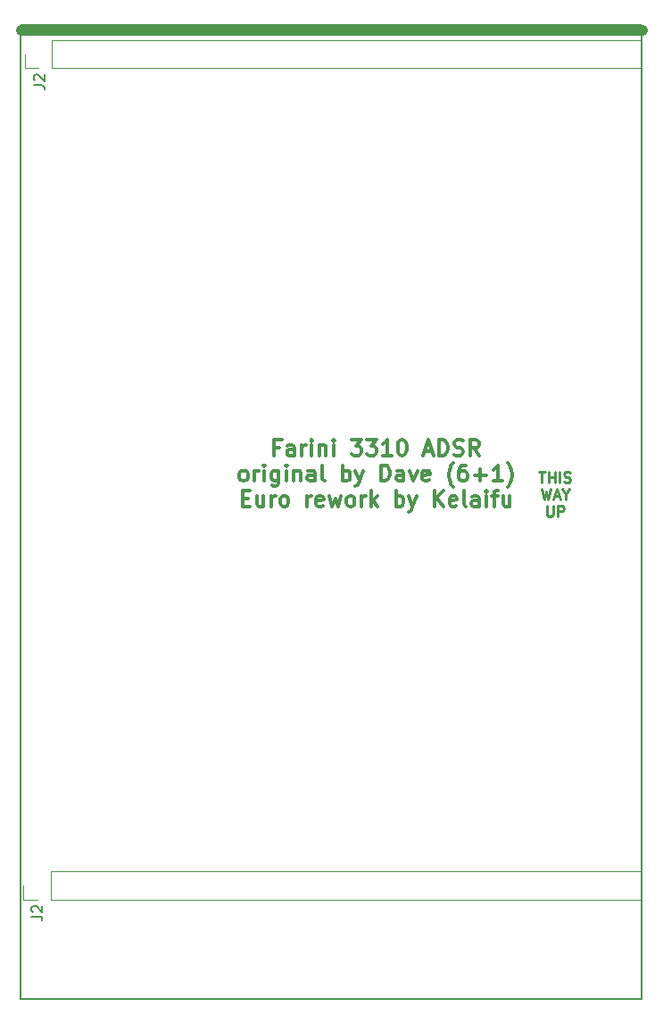
<source format=gbr>
%TF.GenerationSoftware,KiCad,Pcbnew,(5.99.0-13086-gffd1139cfe)*%
%TF.CreationDate,2021-11-22T18:43:28+08:00*%
%TF.ProjectId,Farini_EURO,46617269-6e69-45f4-9555-524f2e6b6963,rev?*%
%TF.SameCoordinates,Original*%
%TF.FileFunction,Legend,Top*%
%TF.FilePolarity,Positive*%
%FSLAX46Y46*%
G04 Gerber Fmt 4.6, Leading zero omitted, Abs format (unit mm)*
G04 Created by KiCad (PCBNEW (5.99.0-13086-gffd1139cfe)) date 2021-11-22 18:43:28*
%MOMM*%
%LPD*%
G01*
G04 APERTURE LIST*
%ADD10C,1.000000*%
%TA.AperFunction,Profile*%
%ADD11C,0.150000*%
%TD*%
%ADD12C,0.250000*%
%ADD13C,0.300000*%
%ADD14C,0.150000*%
%ADD15C,0.120000*%
G04 APERTURE END LIST*
D10*
X106165489Y-48705489D02*
X47235489Y-48705489D01*
D11*
X47205489Y-140455901D02*
X106135489Y-140455901D01*
X47205489Y-48154626D02*
X47205489Y-140455901D01*
X106135489Y-48154626D02*
X47205489Y-48154626D01*
X106135489Y-140455901D02*
X106135489Y-48154626D01*
D12*
X96381679Y-90517869D02*
X96953108Y-90517869D01*
X96667393Y-91517869D02*
X96667393Y-90517869D01*
X97286441Y-91517869D02*
X97286441Y-90517869D01*
X97286441Y-90994060D02*
X97857869Y-90994060D01*
X97857869Y-91517869D02*
X97857869Y-90517869D01*
X98334060Y-91517869D02*
X98334060Y-90517869D01*
X98762631Y-91470250D02*
X98905489Y-91517869D01*
X99143584Y-91517869D01*
X99238822Y-91470250D01*
X99286441Y-91422631D01*
X99334060Y-91327393D01*
X99334060Y-91232155D01*
X99286441Y-91136917D01*
X99238822Y-91089298D01*
X99143584Y-91041679D01*
X98953108Y-90994060D01*
X98857869Y-90946441D01*
X98810250Y-90898822D01*
X98762631Y-90803584D01*
X98762631Y-90708346D01*
X98810250Y-90613108D01*
X98857869Y-90565489D01*
X98953108Y-90517869D01*
X99191203Y-90517869D01*
X99334060Y-90565489D01*
X96619774Y-92127869D02*
X96857869Y-93127869D01*
X97048346Y-92413584D01*
X97238822Y-93127869D01*
X97476917Y-92127869D01*
X97810250Y-92842155D02*
X98286441Y-92842155D01*
X97715012Y-93127869D02*
X98048346Y-92127869D01*
X98381679Y-93127869D01*
X98905489Y-92651679D02*
X98905489Y-93127869D01*
X98572155Y-92127869D02*
X98905489Y-92651679D01*
X99238822Y-92127869D01*
X97119774Y-93737869D02*
X97119774Y-94547393D01*
X97167393Y-94642631D01*
X97215012Y-94690250D01*
X97310250Y-94737869D01*
X97500727Y-94737869D01*
X97595965Y-94690250D01*
X97643584Y-94642631D01*
X97691203Y-94547393D01*
X97691203Y-93737869D01*
X98167393Y-94737869D02*
X98167393Y-93737869D01*
X98548346Y-93737869D01*
X98643584Y-93785489D01*
X98691203Y-93833108D01*
X98738822Y-93928346D01*
X98738822Y-94071203D01*
X98691203Y-94166441D01*
X98643584Y-94214060D01*
X98548346Y-94261679D01*
X98167393Y-94261679D01*
D13*
X71746917Y-88193346D02*
X71246917Y-88193346D01*
X71246917Y-88979060D02*
X71246917Y-87479060D01*
X71961203Y-87479060D01*
X73175489Y-88979060D02*
X73175489Y-88193346D01*
X73104060Y-88050489D01*
X72961203Y-87979060D01*
X72675489Y-87979060D01*
X72532631Y-88050489D01*
X73175489Y-88907631D02*
X73032631Y-88979060D01*
X72675489Y-88979060D01*
X72532631Y-88907631D01*
X72461203Y-88764774D01*
X72461203Y-88621917D01*
X72532631Y-88479060D01*
X72675489Y-88407631D01*
X73032631Y-88407631D01*
X73175489Y-88336203D01*
X73889774Y-88979060D02*
X73889774Y-87979060D01*
X73889774Y-88264774D02*
X73961203Y-88121917D01*
X74032631Y-88050489D01*
X74175489Y-87979060D01*
X74318346Y-87979060D01*
X74818346Y-88979060D02*
X74818346Y-87979060D01*
X74818346Y-87479060D02*
X74746917Y-87550489D01*
X74818346Y-87621917D01*
X74889774Y-87550489D01*
X74818346Y-87479060D01*
X74818346Y-87621917D01*
X75532631Y-87979060D02*
X75532631Y-88979060D01*
X75532631Y-88121917D02*
X75604060Y-88050489D01*
X75746917Y-87979060D01*
X75961203Y-87979060D01*
X76104060Y-88050489D01*
X76175489Y-88193346D01*
X76175489Y-88979060D01*
X76889774Y-88979060D02*
X76889774Y-87979060D01*
X76889774Y-87479060D02*
X76818346Y-87550489D01*
X76889774Y-87621917D01*
X76961203Y-87550489D01*
X76889774Y-87479060D01*
X76889774Y-87621917D01*
X78604060Y-87479060D02*
X79532631Y-87479060D01*
X79032631Y-88050489D01*
X79246917Y-88050489D01*
X79389774Y-88121917D01*
X79461203Y-88193346D01*
X79532631Y-88336203D01*
X79532631Y-88693346D01*
X79461203Y-88836203D01*
X79389774Y-88907631D01*
X79246917Y-88979060D01*
X78818346Y-88979060D01*
X78675489Y-88907631D01*
X78604060Y-88836203D01*
X80032631Y-87479060D02*
X80961203Y-87479060D01*
X80461203Y-88050489D01*
X80675489Y-88050489D01*
X80818346Y-88121917D01*
X80889774Y-88193346D01*
X80961203Y-88336203D01*
X80961203Y-88693346D01*
X80889774Y-88836203D01*
X80818346Y-88907631D01*
X80675489Y-88979060D01*
X80246917Y-88979060D01*
X80104060Y-88907631D01*
X80032631Y-88836203D01*
X82389774Y-88979060D02*
X81532631Y-88979060D01*
X81961203Y-88979060D02*
X81961203Y-87479060D01*
X81818346Y-87693346D01*
X81675489Y-87836203D01*
X81532631Y-87907631D01*
X83318346Y-87479060D02*
X83461203Y-87479060D01*
X83604060Y-87550489D01*
X83675489Y-87621917D01*
X83746917Y-87764774D01*
X83818346Y-88050489D01*
X83818346Y-88407631D01*
X83746917Y-88693346D01*
X83675489Y-88836203D01*
X83604060Y-88907631D01*
X83461203Y-88979060D01*
X83318346Y-88979060D01*
X83175489Y-88907631D01*
X83104060Y-88836203D01*
X83032631Y-88693346D01*
X82961203Y-88407631D01*
X82961203Y-88050489D01*
X83032631Y-87764774D01*
X83104060Y-87621917D01*
X83175489Y-87550489D01*
X83318346Y-87479060D01*
X85532631Y-88550489D02*
X86246917Y-88550489D01*
X85389774Y-88979060D02*
X85889774Y-87479060D01*
X86389774Y-88979060D01*
X86889774Y-88979060D02*
X86889774Y-87479060D01*
X87246917Y-87479060D01*
X87461203Y-87550489D01*
X87604060Y-87693346D01*
X87675489Y-87836203D01*
X87746917Y-88121917D01*
X87746917Y-88336203D01*
X87675489Y-88621917D01*
X87604060Y-88764774D01*
X87461203Y-88907631D01*
X87246917Y-88979060D01*
X86889774Y-88979060D01*
X88318346Y-88907631D02*
X88532631Y-88979060D01*
X88889774Y-88979060D01*
X89032631Y-88907631D01*
X89104060Y-88836203D01*
X89175489Y-88693346D01*
X89175489Y-88550489D01*
X89104060Y-88407631D01*
X89032631Y-88336203D01*
X88889774Y-88264774D01*
X88604060Y-88193346D01*
X88461203Y-88121917D01*
X88389774Y-88050489D01*
X88318346Y-87907631D01*
X88318346Y-87764774D01*
X88389774Y-87621917D01*
X88461203Y-87550489D01*
X88604060Y-87479060D01*
X88961203Y-87479060D01*
X89175489Y-87550489D01*
X90675489Y-88979060D02*
X90175489Y-88264774D01*
X89818346Y-88979060D02*
X89818346Y-87479060D01*
X90389774Y-87479060D01*
X90532631Y-87550489D01*
X90604060Y-87621917D01*
X90675489Y-87764774D01*
X90675489Y-87979060D01*
X90604060Y-88121917D01*
X90532631Y-88193346D01*
X90389774Y-88264774D01*
X89818346Y-88264774D01*
X68246917Y-91394060D02*
X68104060Y-91322631D01*
X68032631Y-91251203D01*
X67961203Y-91108346D01*
X67961203Y-90679774D01*
X68032631Y-90536917D01*
X68104060Y-90465489D01*
X68246917Y-90394060D01*
X68461203Y-90394060D01*
X68604060Y-90465489D01*
X68675489Y-90536917D01*
X68746917Y-90679774D01*
X68746917Y-91108346D01*
X68675489Y-91251203D01*
X68604060Y-91322631D01*
X68461203Y-91394060D01*
X68246917Y-91394060D01*
X69389774Y-91394060D02*
X69389774Y-90394060D01*
X69389774Y-90679774D02*
X69461203Y-90536917D01*
X69532631Y-90465489D01*
X69675489Y-90394060D01*
X69818346Y-90394060D01*
X70318346Y-91394060D02*
X70318346Y-90394060D01*
X70318346Y-89894060D02*
X70246917Y-89965489D01*
X70318346Y-90036917D01*
X70389774Y-89965489D01*
X70318346Y-89894060D01*
X70318346Y-90036917D01*
X71675489Y-90394060D02*
X71675489Y-91608346D01*
X71604060Y-91751203D01*
X71532631Y-91822631D01*
X71389774Y-91894060D01*
X71175489Y-91894060D01*
X71032631Y-91822631D01*
X71675489Y-91322631D02*
X71532631Y-91394060D01*
X71246917Y-91394060D01*
X71104060Y-91322631D01*
X71032631Y-91251203D01*
X70961203Y-91108346D01*
X70961203Y-90679774D01*
X71032631Y-90536917D01*
X71104060Y-90465489D01*
X71246917Y-90394060D01*
X71532631Y-90394060D01*
X71675489Y-90465489D01*
X72389774Y-91394060D02*
X72389774Y-90394060D01*
X72389774Y-89894060D02*
X72318346Y-89965489D01*
X72389774Y-90036917D01*
X72461203Y-89965489D01*
X72389774Y-89894060D01*
X72389774Y-90036917D01*
X73104060Y-90394060D02*
X73104060Y-91394060D01*
X73104060Y-90536917D02*
X73175489Y-90465489D01*
X73318346Y-90394060D01*
X73532631Y-90394060D01*
X73675489Y-90465489D01*
X73746917Y-90608346D01*
X73746917Y-91394060D01*
X75104060Y-91394060D02*
X75104060Y-90608346D01*
X75032631Y-90465489D01*
X74889774Y-90394060D01*
X74604060Y-90394060D01*
X74461203Y-90465489D01*
X75104060Y-91322631D02*
X74961203Y-91394060D01*
X74604060Y-91394060D01*
X74461203Y-91322631D01*
X74389774Y-91179774D01*
X74389774Y-91036917D01*
X74461203Y-90894060D01*
X74604060Y-90822631D01*
X74961203Y-90822631D01*
X75104060Y-90751203D01*
X76032631Y-91394060D02*
X75889774Y-91322631D01*
X75818346Y-91179774D01*
X75818346Y-89894060D01*
X77746917Y-91394060D02*
X77746917Y-89894060D01*
X77746917Y-90465489D02*
X77889774Y-90394060D01*
X78175489Y-90394060D01*
X78318346Y-90465489D01*
X78389774Y-90536917D01*
X78461203Y-90679774D01*
X78461203Y-91108346D01*
X78389774Y-91251203D01*
X78318346Y-91322631D01*
X78175489Y-91394060D01*
X77889774Y-91394060D01*
X77746917Y-91322631D01*
X78961203Y-90394060D02*
X79318346Y-91394060D01*
X79675489Y-90394060D02*
X79318346Y-91394060D01*
X79175489Y-91751203D01*
X79104060Y-91822631D01*
X78961203Y-91894060D01*
X81389774Y-91394060D02*
X81389774Y-89894060D01*
X81746917Y-89894060D01*
X81961203Y-89965489D01*
X82104060Y-90108346D01*
X82175489Y-90251203D01*
X82246917Y-90536917D01*
X82246917Y-90751203D01*
X82175489Y-91036917D01*
X82104060Y-91179774D01*
X81961203Y-91322631D01*
X81746917Y-91394060D01*
X81389774Y-91394060D01*
X83532631Y-91394060D02*
X83532631Y-90608346D01*
X83461203Y-90465489D01*
X83318346Y-90394060D01*
X83032631Y-90394060D01*
X82889774Y-90465489D01*
X83532631Y-91322631D02*
X83389774Y-91394060D01*
X83032631Y-91394060D01*
X82889774Y-91322631D01*
X82818346Y-91179774D01*
X82818346Y-91036917D01*
X82889774Y-90894060D01*
X83032631Y-90822631D01*
X83389774Y-90822631D01*
X83532631Y-90751203D01*
X84104060Y-90394060D02*
X84461203Y-91394060D01*
X84818346Y-90394060D01*
X85961203Y-91322631D02*
X85818346Y-91394060D01*
X85532631Y-91394060D01*
X85389774Y-91322631D01*
X85318346Y-91179774D01*
X85318346Y-90608346D01*
X85389774Y-90465489D01*
X85532631Y-90394060D01*
X85818346Y-90394060D01*
X85961203Y-90465489D01*
X86032631Y-90608346D01*
X86032631Y-90751203D01*
X85318346Y-90894060D01*
X88246917Y-91965489D02*
X88175489Y-91894060D01*
X88032631Y-91679774D01*
X87961203Y-91536917D01*
X87889774Y-91322631D01*
X87818346Y-90965489D01*
X87818346Y-90679774D01*
X87889774Y-90322631D01*
X87961203Y-90108346D01*
X88032631Y-89965489D01*
X88175489Y-89751203D01*
X88246917Y-89679774D01*
X89461203Y-89894060D02*
X89175489Y-89894060D01*
X89032631Y-89965489D01*
X88961203Y-90036917D01*
X88818346Y-90251203D01*
X88746917Y-90536917D01*
X88746917Y-91108346D01*
X88818346Y-91251203D01*
X88889774Y-91322631D01*
X89032631Y-91394060D01*
X89318346Y-91394060D01*
X89461203Y-91322631D01*
X89532631Y-91251203D01*
X89604060Y-91108346D01*
X89604060Y-90751203D01*
X89532631Y-90608346D01*
X89461203Y-90536917D01*
X89318346Y-90465489D01*
X89032631Y-90465489D01*
X88889774Y-90536917D01*
X88818346Y-90608346D01*
X88746917Y-90751203D01*
X90246917Y-90822631D02*
X91389774Y-90822631D01*
X90818346Y-91394060D02*
X90818346Y-90251203D01*
X92889774Y-91394060D02*
X92032631Y-91394060D01*
X92461203Y-91394060D02*
X92461203Y-89894060D01*
X92318346Y-90108346D01*
X92175489Y-90251203D01*
X92032631Y-90322631D01*
X93389774Y-91965489D02*
X93461203Y-91894060D01*
X93604060Y-91679774D01*
X93675489Y-91536917D01*
X93746917Y-91322631D01*
X93818346Y-90965489D01*
X93818346Y-90679774D01*
X93746917Y-90322631D01*
X93675489Y-90108346D01*
X93604060Y-89965489D01*
X93461203Y-89751203D01*
X93389774Y-89679774D01*
X68246917Y-93023346D02*
X68746917Y-93023346D01*
X68961203Y-93809060D02*
X68246917Y-93809060D01*
X68246917Y-92309060D01*
X68961203Y-92309060D01*
X70246917Y-92809060D02*
X70246917Y-93809060D01*
X69604060Y-92809060D02*
X69604060Y-93594774D01*
X69675489Y-93737631D01*
X69818346Y-93809060D01*
X70032631Y-93809060D01*
X70175489Y-93737631D01*
X70246917Y-93666203D01*
X70961203Y-93809060D02*
X70961203Y-92809060D01*
X70961203Y-93094774D02*
X71032631Y-92951917D01*
X71104060Y-92880489D01*
X71246917Y-92809060D01*
X71389774Y-92809060D01*
X72104060Y-93809060D02*
X71961203Y-93737631D01*
X71889774Y-93666203D01*
X71818346Y-93523346D01*
X71818346Y-93094774D01*
X71889774Y-92951917D01*
X71961203Y-92880489D01*
X72104060Y-92809060D01*
X72318346Y-92809060D01*
X72461203Y-92880489D01*
X72532631Y-92951917D01*
X72604060Y-93094774D01*
X72604060Y-93523346D01*
X72532631Y-93666203D01*
X72461203Y-93737631D01*
X72318346Y-93809060D01*
X72104060Y-93809060D01*
X74389774Y-93809060D02*
X74389774Y-92809060D01*
X74389774Y-93094774D02*
X74461203Y-92951917D01*
X74532631Y-92880489D01*
X74675489Y-92809060D01*
X74818346Y-92809060D01*
X75889774Y-93737631D02*
X75746917Y-93809060D01*
X75461203Y-93809060D01*
X75318346Y-93737631D01*
X75246917Y-93594774D01*
X75246917Y-93023346D01*
X75318346Y-92880489D01*
X75461203Y-92809060D01*
X75746917Y-92809060D01*
X75889774Y-92880489D01*
X75961203Y-93023346D01*
X75961203Y-93166203D01*
X75246917Y-93309060D01*
X76461203Y-92809060D02*
X76746917Y-93809060D01*
X77032631Y-93094774D01*
X77318346Y-93809060D01*
X77604060Y-92809060D01*
X78389774Y-93809060D02*
X78246917Y-93737631D01*
X78175489Y-93666203D01*
X78104060Y-93523346D01*
X78104060Y-93094774D01*
X78175489Y-92951917D01*
X78246917Y-92880489D01*
X78389774Y-92809060D01*
X78604060Y-92809060D01*
X78746917Y-92880489D01*
X78818346Y-92951917D01*
X78889774Y-93094774D01*
X78889774Y-93523346D01*
X78818346Y-93666203D01*
X78746917Y-93737631D01*
X78604060Y-93809060D01*
X78389774Y-93809060D01*
X79532631Y-93809060D02*
X79532631Y-92809060D01*
X79532631Y-93094774D02*
X79604060Y-92951917D01*
X79675489Y-92880489D01*
X79818346Y-92809060D01*
X79961203Y-92809060D01*
X80461203Y-93809060D02*
X80461203Y-92309060D01*
X80604060Y-93237631D02*
X81032631Y-93809060D01*
X81032631Y-92809060D02*
X80461203Y-93380489D01*
X82818346Y-93809060D02*
X82818346Y-92309060D01*
X82818346Y-92880489D02*
X82961203Y-92809060D01*
X83246917Y-92809060D01*
X83389774Y-92880489D01*
X83461203Y-92951917D01*
X83532631Y-93094774D01*
X83532631Y-93523346D01*
X83461203Y-93666203D01*
X83389774Y-93737631D01*
X83246917Y-93809060D01*
X82961203Y-93809060D01*
X82818346Y-93737631D01*
X84032631Y-92809060D02*
X84389774Y-93809060D01*
X84746917Y-92809060D02*
X84389774Y-93809060D01*
X84246917Y-94166203D01*
X84175489Y-94237631D01*
X84032631Y-94309060D01*
X86461203Y-93809060D02*
X86461203Y-92309060D01*
X87318346Y-93809060D02*
X86675489Y-92951917D01*
X87318346Y-92309060D02*
X86461203Y-93166203D01*
X88532631Y-93737631D02*
X88389774Y-93809060D01*
X88104060Y-93809060D01*
X87961203Y-93737631D01*
X87889774Y-93594774D01*
X87889774Y-93023346D01*
X87961203Y-92880489D01*
X88104060Y-92809060D01*
X88389774Y-92809060D01*
X88532631Y-92880489D01*
X88604060Y-93023346D01*
X88604060Y-93166203D01*
X87889774Y-93309060D01*
X89461203Y-93809060D02*
X89318346Y-93737631D01*
X89246917Y-93594774D01*
X89246917Y-92309060D01*
X90675489Y-93809060D02*
X90675489Y-93023346D01*
X90604060Y-92880489D01*
X90461203Y-92809060D01*
X90175489Y-92809060D01*
X90032631Y-92880489D01*
X90675489Y-93737631D02*
X90532631Y-93809060D01*
X90175489Y-93809060D01*
X90032631Y-93737631D01*
X89961203Y-93594774D01*
X89961203Y-93451917D01*
X90032631Y-93309060D01*
X90175489Y-93237631D01*
X90532631Y-93237631D01*
X90675489Y-93166203D01*
X91389774Y-93809060D02*
X91389774Y-92809060D01*
X91389774Y-92309060D02*
X91318346Y-92380489D01*
X91389774Y-92451917D01*
X91461203Y-92380489D01*
X91389774Y-92309060D01*
X91389774Y-92451917D01*
X91889774Y-92809060D02*
X92461203Y-92809060D01*
X92104060Y-93809060D02*
X92104060Y-92523346D01*
X92175489Y-92380489D01*
X92318346Y-92309060D01*
X92461203Y-92309060D01*
X93604060Y-92809060D02*
X93604060Y-93809060D01*
X92961203Y-92809060D02*
X92961203Y-93594774D01*
X93032631Y-93737631D01*
X93175489Y-93809060D01*
X93389774Y-93809060D01*
X93532631Y-93737631D01*
X93604060Y-93666203D01*
D14*
%TO.C,J2*%
X48427869Y-53858822D02*
X49142155Y-53858822D01*
X49285012Y-53906441D01*
X49380250Y-54001679D01*
X49427869Y-54144536D01*
X49427869Y-54239774D01*
X48523108Y-53430250D02*
X48475489Y-53382631D01*
X48427869Y-53287393D01*
X48427869Y-53049298D01*
X48475489Y-52954060D01*
X48523108Y-52906441D01*
X48618346Y-52858822D01*
X48713584Y-52858822D01*
X48856441Y-52906441D01*
X49427869Y-53477869D01*
X49427869Y-52858822D01*
X48241040Y-132648822D02*
X48955326Y-132648822D01*
X49098183Y-132696441D01*
X49193421Y-132791679D01*
X49241040Y-132934536D01*
X49241040Y-133029774D01*
X48336279Y-132220250D02*
X48288660Y-132172631D01*
X48241040Y-132077393D01*
X48241040Y-131839298D01*
X48288660Y-131744060D01*
X48336279Y-131696441D01*
X48431517Y-131648822D01*
X48526755Y-131648822D01*
X48669612Y-131696441D01*
X49241040Y-132267869D01*
X49241040Y-131648822D01*
D15*
X47587318Y-52285489D02*
X47587318Y-50955489D01*
X50187318Y-52285489D02*
X106127318Y-52285489D01*
X50187318Y-52285489D02*
X50187318Y-49625489D01*
X50187318Y-49625489D02*
X106127318Y-49625489D01*
X48917318Y-52285489D02*
X47587318Y-52285489D01*
X106127318Y-52285489D02*
X106127318Y-49625489D01*
X47460489Y-131035489D02*
X47460489Y-129705489D01*
X50060489Y-128375489D02*
X106000489Y-128375489D01*
X50060489Y-131035489D02*
X106000489Y-131035489D01*
X106000489Y-131035489D02*
X106000489Y-128375489D01*
X50060489Y-131035489D02*
X50060489Y-128375489D01*
X48790489Y-131035489D02*
X47460489Y-131035489D01*
%TD*%
M02*

</source>
